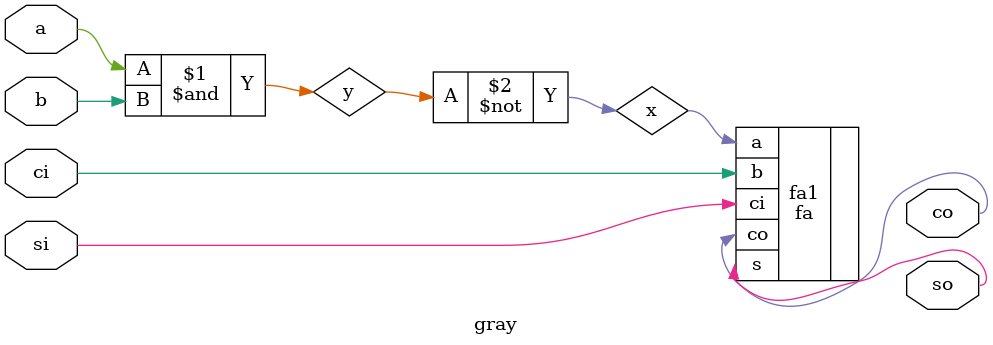
<source format=v>
`timescale 1ns / 1ps


module gray(
    input a, //  1 bit input of multiplier
    input b, // 1 bit input of multiplicant
    input si, // sum in
    input ci, // carry in
    output so, // sum out
    output co // carry out
    );

    wire y, x;

    and a1(y, a, b);
    not n1(x, y);

    fa fa1(.a(x), .b(ci), .ci(si), .co(co), .s(so));

endmodule

</source>
